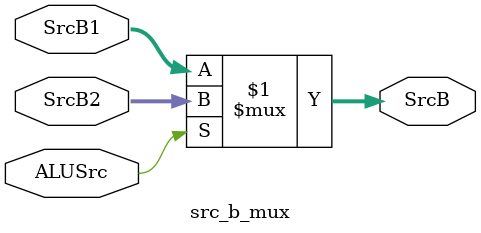
<source format=v>
module src_b_mux (SrcB, ALUSrc, SrcB1, SrcB2);
    output [31:0] SrcB;
    input         ALUSrc;
    input  [31:0] SrcB1, SrcB2;

    assign SrcB = ALUSrc ? SrcB2 : SrcB1;

endmodule // src_b_mux

</source>
